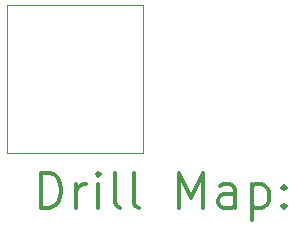
<source format=gbr>
%FSLAX45Y45*%
G04 Gerber Fmt 4.5, Leading zero omitted, Abs format (unit mm)*
G04 Created by KiCad (PCBNEW 5.1.10) date 2021-08-03 19:26:35*
%MOMM*%
%LPD*%
G01*
G04 APERTURE LIST*
%TA.AperFunction,Profile*%
%ADD10C,0.050000*%
%TD*%
%ADD11C,0.200000*%
%ADD12C,0.300000*%
G04 APERTURE END LIST*
D10*
X5150000Y-3650000D02*
X5150000Y-2400000D01*
X6300000Y-3650000D02*
X5150000Y-3650000D01*
X6300000Y-3600000D02*
X6300000Y-3650000D01*
X6300000Y-2400000D02*
X6300000Y-3600000D01*
X5150000Y-2400000D02*
X6300000Y-2400000D01*
D11*
D12*
X5433928Y-4118214D02*
X5433928Y-3818214D01*
X5505357Y-3818214D01*
X5548214Y-3832500D01*
X5576786Y-3861071D01*
X5591071Y-3889643D01*
X5605357Y-3946786D01*
X5605357Y-3989643D01*
X5591071Y-4046786D01*
X5576786Y-4075357D01*
X5548214Y-4103929D01*
X5505357Y-4118214D01*
X5433928Y-4118214D01*
X5733928Y-4118214D02*
X5733928Y-3918214D01*
X5733928Y-3975357D02*
X5748214Y-3946786D01*
X5762500Y-3932500D01*
X5791071Y-3918214D01*
X5819643Y-3918214D01*
X5919643Y-4118214D02*
X5919643Y-3918214D01*
X5919643Y-3818214D02*
X5905357Y-3832500D01*
X5919643Y-3846786D01*
X5933928Y-3832500D01*
X5919643Y-3818214D01*
X5919643Y-3846786D01*
X6105357Y-4118214D02*
X6076786Y-4103929D01*
X6062500Y-4075357D01*
X6062500Y-3818214D01*
X6262500Y-4118214D02*
X6233928Y-4103929D01*
X6219643Y-4075357D01*
X6219643Y-3818214D01*
X6605357Y-4118214D02*
X6605357Y-3818214D01*
X6705357Y-4032500D01*
X6805357Y-3818214D01*
X6805357Y-4118214D01*
X7076786Y-4118214D02*
X7076786Y-3961071D01*
X7062500Y-3932500D01*
X7033928Y-3918214D01*
X6976786Y-3918214D01*
X6948214Y-3932500D01*
X7076786Y-4103929D02*
X7048214Y-4118214D01*
X6976786Y-4118214D01*
X6948214Y-4103929D01*
X6933928Y-4075357D01*
X6933928Y-4046786D01*
X6948214Y-4018214D01*
X6976786Y-4003929D01*
X7048214Y-4003929D01*
X7076786Y-3989643D01*
X7219643Y-3918214D02*
X7219643Y-4218214D01*
X7219643Y-3932500D02*
X7248214Y-3918214D01*
X7305357Y-3918214D01*
X7333928Y-3932500D01*
X7348214Y-3946786D01*
X7362500Y-3975357D01*
X7362500Y-4061071D01*
X7348214Y-4089643D01*
X7333928Y-4103929D01*
X7305357Y-4118214D01*
X7248214Y-4118214D01*
X7219643Y-4103929D01*
X7491071Y-4089643D02*
X7505357Y-4103929D01*
X7491071Y-4118214D01*
X7476786Y-4103929D01*
X7491071Y-4089643D01*
X7491071Y-4118214D01*
X7491071Y-3932500D02*
X7505357Y-3946786D01*
X7491071Y-3961071D01*
X7476786Y-3946786D01*
X7491071Y-3932500D01*
X7491071Y-3961071D01*
M02*

</source>
